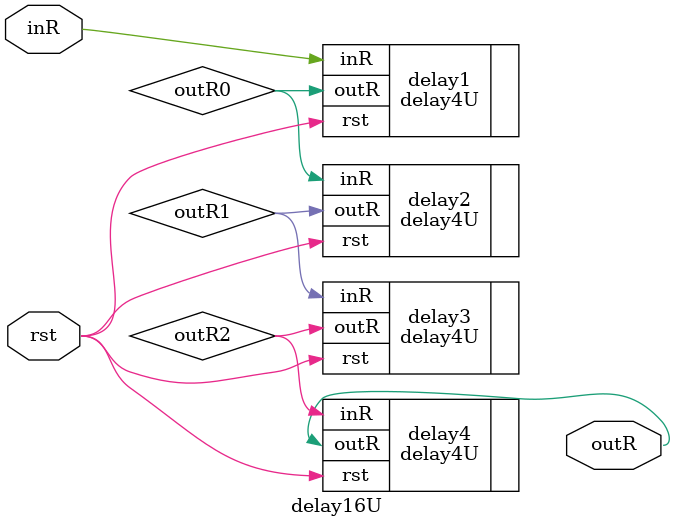
<source format=v>
`timescale 1ns / 1ps

module delay16U(inR, outR, rst);
input inR, rst;
output outR;

wire outR0,outR1,outR2;


delay4U delay1(.inR(inR), .outR(outR0), .rst(rst));
delay4U delay2(.inR(outR0), .outR(outR1), .rst(rst));
delay4U delay3(.inR(outR1), .outR(outR2), .rst(rst));
delay4U delay4(.inR(outR2), .outR(outR), .rst(rst));
endmodule


</source>
